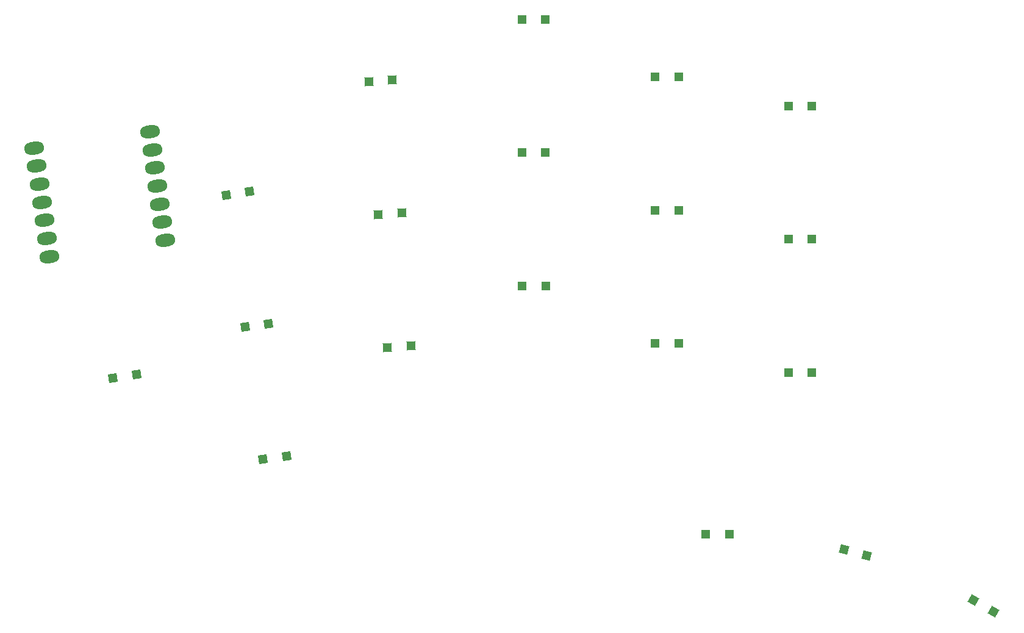
<source format=gbp>
G04 #@! TF.GenerationSoftware,KiCad,Pcbnew,(6.0.7-1)-1*
G04 #@! TF.CreationDate,2023-01-14T03:29:51-05:00*
G04 #@! TF.ProjectId,musubi_rev2,6d757375-6269-45f7-9265-76322e6b6963,rev?*
G04 #@! TF.SameCoordinates,Original*
G04 #@! TF.FileFunction,Paste,Bot*
G04 #@! TF.FilePolarity,Positive*
%FSLAX46Y46*%
G04 Gerber Fmt 4.6, Leading zero omitted, Abs format (unit mm)*
G04 Created by KiCad (PCBNEW (6.0.7-1)-1) date 2023-01-14 03:29:51*
%MOMM*%
%LPD*%
G01*
G04 APERTURE LIST*
G04 Aperture macros list*
%AMHorizOval*
0 Thick line with rounded ends*
0 $1 width*
0 $2 $3 position (X,Y) of the first rounded end (center of the circle)*
0 $4 $5 position (X,Y) of the second rounded end (center of the circle)*
0 Add line between two ends*
20,1,$1,$2,$3,$4,$5,0*
0 Add two circle primitives to create the rounded ends*
1,1,$1,$2,$3*
1,1,$1,$4,$5*%
%AMRotRect*
0 Rectangle, with rotation*
0 The origin of the aperture is its center*
0 $1 length*
0 $2 width*
0 $3 Rotation angle, in degrees counterclockwise*
0 Add horizontal line*
21,1,$1,$2,0,0,$3*%
G04 Aperture macros list end*
%ADD10R,1.200000X1.200000*%
%ADD11RotRect,1.200000X1.200000X184.000000*%
%ADD12RotRect,1.200000X1.200000X188.000000*%
%ADD13HorizOval,1.800000X0.470377X0.066107X-0.470377X-0.066107X0*%
%ADD14HorizOval,1.800000X-0.470377X-0.066107X0.470377X0.066107X0*%
%ADD15RotRect,1.200000X1.200000X165.000000*%
%ADD16RotRect,1.200000X1.200000X150.000000*%
G04 APERTURE END LIST*
D10*
X154916364Y-98450848D03*
X151616364Y-98450848D03*
D11*
X117738655Y-98789460D03*
X114446693Y-99019656D03*
D10*
X136416439Y-53450910D03*
X133116439Y-53450910D03*
X173416327Y-65450912D03*
X170116327Y-65450912D03*
D12*
X100455326Y-114079306D03*
X97187442Y-114538578D03*
D10*
X173416324Y-83950865D03*
X170116324Y-83950865D03*
X136421404Y-90450920D03*
X133121404Y-90450920D03*
D11*
X115157635Y-61879640D03*
X111865673Y-62109836D03*
D13*
X81472848Y-69037091D03*
X81826348Y-71552373D03*
X82179848Y-74067654D03*
X82533349Y-76582935D03*
X82886847Y-79098216D03*
X83240347Y-81613497D03*
X83593847Y-84128778D03*
D14*
X67561407Y-86381990D03*
X67207907Y-83866709D03*
X66854408Y-81351428D03*
X66500908Y-78836147D03*
X66147408Y-76320866D03*
X65793909Y-73805585D03*
X65440409Y-71290305D03*
D10*
X173416321Y-102463166D03*
X170116321Y-102463166D03*
X154916363Y-79950864D03*
X151616363Y-79950864D03*
D15*
X181030919Y-127864012D03*
X177843363Y-127009910D03*
D12*
X95323322Y-77353165D03*
X92055438Y-77812437D03*
D11*
X116448144Y-80334548D03*
X113156182Y-80564744D03*
D10*
X161961606Y-124950782D03*
X158661606Y-124950782D03*
D16*
X198639406Y-135700633D03*
X195781522Y-134050633D03*
D10*
X154916360Y-61450901D03*
X151616360Y-61450901D03*
D12*
X97955327Y-95679306D03*
X94687443Y-96138578D03*
D10*
X136416417Y-71950924D03*
X133116417Y-71950924D03*
D12*
X79655326Y-102779307D03*
X76387442Y-103238579D03*
M02*

</source>
